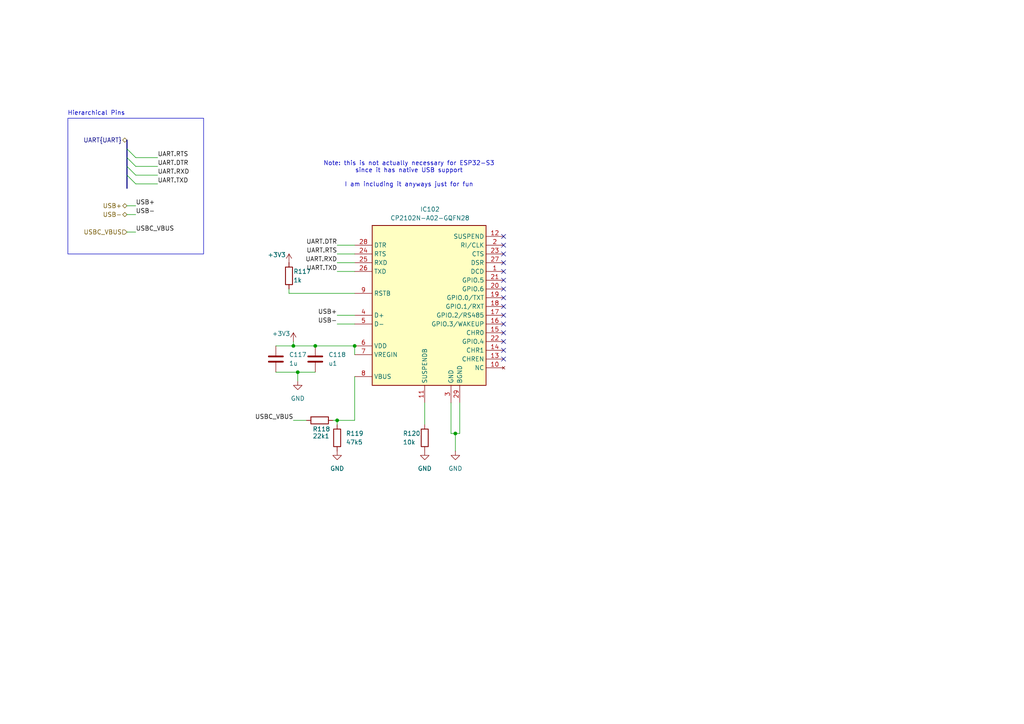
<source format=kicad_sch>
(kicad_sch (version 20250114) (generator "eeschema") (generator_version "9.0")
  (paper "A4")
  (lib_symbols
    (symbol "Device:C" (pin_numbers (hide yes)) (pin_names (offset 0.254))
      (property "Reference" "C" (at 0.635 2.54 0))
      (property "Value" "C" (at 0.635 -2.54 0))
      (symbol "C_0_1"
        (polyline (pts (xy -2.032 0.762) (xy 2.032 0.762)) (stroke (width 0.508)))
        (polyline (pts (xy -2.032 -0.762) (xy 2.032 -0.762)) (stroke (width 0.508)))
      )
      (symbol "C_1_1"
        (pin passive line (at 0 3.81 270) (length 2.794) (name "~") (number "1"))
        (pin passive line (at 0 -3.81 90) (length 2.794) (name "~") (number "2"))
      )
    )
    (symbol "Device:R" (pin_numbers (hide yes)) (pin_names (offset 0))
      (property "Reference" "R" (at 2.032 0 90))
      (property "Value" "R" (at 0 0 90))
      (symbol "R_0_1"
        (rectangle (start -1.016 -2.54) (end 1.016 2.54) (stroke (width 0.254)))
      )
      (symbol "R_1_1"
        (pin passive line (at 0 3.81 270) (length 1.27) (name "~") (number "1"))
        (pin passive line (at 0 -3.81 90) (length 1.27) (name "~") (number "2"))
      )
    )
    (symbol "SamacSys_Parts:CP2102N-A02-GQFN28"
      (property "Reference" "IC" (at 12.7 21.844 0))
      (property "Value" "CP2102N-A02-GQFN28" (at 12.7 19.304 0))
      (symbol "CP2102N-A02-GQFN28_1_1"
        (rectangle (start 5.08 15.875) (end 38.1 -30.48) (stroke (width 0.254)) (fill (type background)))
        (pin output line (at 0 10.16 0) (length 5.08) (name "DTR") (number "28"))
        (pin output line (at 0 7.62 0) (length 5.08) (name "RTS") (number "24"))
        (pin input line (at 0 5.08 0) (length 5.08) (name "RXD") (number "25"))
        (pin output line (at 0 2.54 0) (length 5.08) (name "TXD") (number "26"))
        (pin input line (at 0 -3.81 0) (length 5.08) (name "RSTB") (number "9"))
        (pin bidirectional line (at 0 -10.16 0) (length 5.08) (name "D+") (number "4"))
        (pin bidirectional line (at 0 -12.7 0) (length 5.08) (name "D-") (number "5"))
        (pin power_in line (at 0 -19.05 0) (length 5.08) (name "VDD") (number "6"))
        (pin power_in line (at 0 -21.59 0) (length 5.08) (name "VREGIN") (number "7"))
        (pin input line (at 0 -27.94 0) (length 5.08) (name "VBUS") (number "8"))
        (pin output line (at 20.32 -35.56 90) (length 5.08) (name "SUSPENDB") (number "11"))
        (pin power_in line (at 27.94 -35.56 90) (length 5.08) (name "GND") (number "3"))
        (pin power_in line (at 30.48 -35.56 90) (length 5.08) (name "BGND") (number "29"))
        (pin output line (at 43.18 12.7 180) (length 5.08) (name "SUSPEND") (number "12"))
        (pin bidirectional line (at 43.18 10.16 180) (length 5.08) (name "RI/CLK") (number "2"))
        (pin input line (at 43.18 7.62 180) (length 5.08) (name "CTS") (number "23"))
        (pin input line (at 43.18 5.08 180) (length 5.08) (name "DSR") (number "27"))
        (pin input line (at 43.18 2.54 180) (length 5.08) (name "DCD") (number "1"))
        (pin bidirectional line (at 43.18 0 180) (length 5.08) (name "GPIO.5") (number "21"))
        (pin bidirectional line (at 43.18 -2.54 180) (length 5.08) (name "GPIO.6") (number "20"))
        (pin bidirectional line (at 43.18 -5.08 180) (length 5.08) (name "GPIO.0/TXT") (number "19"))
        (pin bidirectional line (at 43.18 -7.62 180) (length 5.08) (name "GPIO.1/RXT") (number "18"))
        (pin bidirectional line (at 43.18 -10.16 180) (length 5.08) (name "GPIO.2/RS485") (number "17"))
        (pin bidirectional line (at 43.18 -12.7 180) (length 5.08) (name "GPIO.3/WAKEUP") (number "16"))
        (pin output line (at 43.18 -15.24 180) (length 5.08) (name "CHR0") (number "15"))
        (pin bidirectional line (at 43.18 -17.78 180) (length 5.08) (name "GPIO.4") (number "22"))
        (pin output line (at 43.18 -20.32 180) (length 5.08) (name "CHR1") (number "14"))
        (pin output line (at 43.18 -22.86 180) (length 5.08) (name "CHREN") (number "13"))
        (pin no_connect line (at 43.18 -25.4 180) (length 5.08) (name "NC") (number "10"))
      )
    )
    (symbol "power:+3V3" (power) (pin_numbers (hide yes)) (pin_names (offset 0) (hide yes))
      (property "Value" "+3V3" (at 0 3.556 0))
      (symbol "+3V3_0_1"
        (polyline (pts (xy -0.762 1.27) (xy 0 2.54)))
        (polyline (pts (xy 0 2.54) (xy 0.762 1.27)))
        (polyline (pts (xy 0 0) (xy 0 2.54)))
      )
      (symbol "+3V3_1_1"
        (pin power_in line (at 0 0 90) (length 0) (name "~") (number "1"))
      )
    )
    (symbol "power:GND" (power) (pin_numbers (hide yes)) (pin_names (offset 0) (hide yes))
      (property "Value" "GND" (at 0 -3.81 0))
      (symbol "GND_0_1"
        (polyline (pts (xy 0 0) (xy 0 -1.27) (xy 1.27 -1.27) (xy 0 -2.54) (xy -1.27 -1.27) (xy 0 -1.27)))
      )
      (symbol "GND_1_1"
        (pin power_in line (at 0 0 270) (length 0) (name "~") (number "1"))
      )
    )
  )
  (bus_alias "UART" (members "RTS" "DTR" "RXD" "TXD"))
  (rectangle (start 19.685 34.29) (end 59.055 73.66))
  (text "Note: this is not actually necessary for ESP32-S3\nsince it has native USB support\n\nI am including it anyways just for fun" (at 118.618 50.546 0) (effects (font (size 1.27 1.27))))
  (text "Hierarchical Pins" (at 27.94 32.893 0) (effects (font (size 1.27 1.27))))
  (junction (at 102.87 100.33))
  (junction (at 91.44 100.33))
  (junction (at 132.08 125.73))
  (junction (at 85.09 100.33))
  (junction (at 86.36 107.95))
  (junction (at 97.79 121.92))
  (no_connect (at 146.05 91.44))
  (no_connect (at 146.05 76.2))
  (no_connect (at 146.05 86.36))
  (no_connect (at 146.05 88.9))
  (no_connect (at 146.05 93.98))
  (no_connect (at 146.05 83.82))
  (no_connect (at 146.05 78.74))
  (no_connect (at 146.05 81.28))
  (no_connect (at 146.05 104.14))
  (no_connect (at 146.05 71.12))
  (no_connect (at 146.05 73.66))
  (no_connect (at 146.05 99.06))
  (no_connect (at 146.05 68.58))
  (no_connect (at 146.05 96.52))
  (no_connect (at 146.05 101.6))
  (bus_entry (at 36.83 48.26) (size 2.54 2.54))
  (bus_entry (at 36.83 43.18) (size 2.54 2.54))
  (bus_entry (at 36.83 45.72) (size 2.54 2.54))
  (bus_entry (at 36.83 50.8) (size 2.54 2.54))
  (wire (pts (xy 39.37 48.26) (xy 45.72 48.26)))
  (bus (pts (xy 36.83 45.72) (xy 36.83 48.26)))
  (wire (pts (xy 97.79 93.98) (xy 102.87 93.98)))
  (wire (pts (xy 85.09 99.06) (xy 85.09 100.33)))
  (wire (pts (xy 97.79 123.19) (xy 97.79 121.92)))
  (wire (pts (xy 85.09 100.33) (xy 91.44 100.33)))
  (wire (pts (xy 97.79 71.12) (xy 102.87 71.12)))
  (wire (pts (xy 86.36 107.95) (xy 86.36 110.49)))
  (wire (pts (xy 39.37 62.23) (xy 36.83 62.23)))
  (wire (pts (xy 133.35 116.84) (xy 133.35 125.73)))
  (bus (pts (xy 36.83 43.18) (xy 36.83 45.72)))
  (wire (pts (xy 83.82 85.09) (xy 102.87 85.09)))
  (wire (pts (xy 97.79 78.74) (xy 102.87 78.74)))
  (wire (pts (xy 123.19 116.84) (xy 123.19 123.19)))
  (wire (pts (xy 80.01 107.95) (xy 86.36 107.95)))
  (wire (pts (xy 102.87 121.92) (xy 102.87 109.22)))
  (wire (pts (xy 86.36 107.95) (xy 91.44 107.95)))
  (wire (pts (xy 97.79 91.44) (xy 102.87 91.44)))
  (wire (pts (xy 39.37 53.34) (xy 45.72 53.34)))
  (bus (pts (xy 36.83 50.8) (xy 36.83 54.61)))
  (wire (pts (xy 36.83 59.69) (xy 39.37 59.69)))
  (wire (pts (xy 132.08 125.73) (xy 133.35 125.73)))
  (wire (pts (xy 36.83 67.31) (xy 39.37 67.31)))
  (wire (pts (xy 130.81 116.84) (xy 130.81 125.73)))
  (wire (pts (xy 39.37 50.8) (xy 45.72 50.8)))
  (wire (pts (xy 96.52 121.92) (xy 97.79 121.92)))
  (wire (pts (xy 91.44 100.33) (xy 102.87 100.33)))
  (wire (pts (xy 39.37 45.72) (xy 45.72 45.72)))
  (wire (pts (xy 80.01 100.33) (xy 85.09 100.33)))
  (wire (pts (xy 102.87 100.33) (xy 102.87 102.87)))
  (wire (pts (xy 97.79 73.66) (xy 102.87 73.66)))
  (wire (pts (xy 85.09 121.92) (xy 88.9 121.92)))
  (wire (pts (xy 132.08 125.73) (xy 132.08 130.81)))
  (wire (pts (xy 97.79 121.92) (xy 102.87 121.92)))
  (wire (pts (xy 130.81 125.73) (xy 132.08 125.73)))
  (bus (pts (xy 36.83 48.26) (xy 36.83 50.8)))
  (wire (pts (xy 83.82 85.09) (xy 83.82 83.82)))
  (bus (pts (xy 36.83 40.64) (xy 36.83 43.18)))
  (wire (pts (xy 97.79 76.2) (xy 102.87 76.2)))
  (label "UART.DTR" (at 45.72 48.26 0))
  (label "UART.TXD" (at 97.79 78.74 180))
  (label "USBC_VBUS" (at 85.09 121.92 180))
  (label "USB+" (at 39.37 59.69 0))
  (label "UART.RTS" (at 97.79 73.66 180))
  (label "UART.TXD" (at 45.72 53.34 0))
  (label "UART.RTS" (at 45.72 45.72 0))
  (label "USBC_VBUS" (at 39.37 67.31 0))
  (label "USB-" (at 97.79 93.98 180))
  (label "USB+" (at 97.79 91.44 180))
  (label "UART.DTR" (at 97.79 71.12 180))
  (label "UART.RXD" (at 45.72 50.8 0))
  (label "UART.RXD" (at 97.79 76.2 180))
  (label "USB-" (at 39.37 62.23 0))
  (hierarchical_label "USB-" (shape bidirectional) (at 36.83 62.23 180))
  (hierarchical_label "USB+" (shape bidirectional) (at 36.83 59.69 180))
  (hierarchical_label "USBC_VBUS" (shape input) (at 36.83 67.31 180))
  (hierarchical_label "UART{UART}" (shape bidirectional) (at 36.83 40.64 180))
  (symbol (lib_id "Device:R") (at 123.19 127 180) (unit 1)
    (property "Reference" "R120" (at 116.84 125.73 0) (effects (justify right)))
    (property "Value" "10k" (at 116.84 128.27 0) (effects (justify right)))
    (property "Footprint" "SamacSys_Parts:RESC2012X60N" (effects (hide yes)))
    (property "Datasheet" "https://componentsearchengine.com/Datasheets/2/ASC0805-10KFT5.pdf" (effects (hide yes)))
    (property "Description" "WELWYN - ASC0805-10KFT5 - RESISTOR, ANTI SULPHUR, 10K, 0.125W, 1%" (effects (hide yes)))
    (property "Height" "0.6" (effects (hide yes)))
    (property "Mouser Part Number" "756-ASC0805-10KFT5" (effects (hide yes)))
    (property "Mouser Price/Stock" "https://www.mouser.co.uk/ProductDetail/Welwyn-Components-TT-Electronics/ASC0805-10KFT5?qs=69TQa8YF5Y7dvxAm%2FqWqSQ%3D%3D" (effects (hide yes)))
    (property "Manufacturer_Name" "TT Electronics" (effects (hide yes)))
    (property "Manufacturer_Part_Number" "ASC0805-10KFT5" (effects (hide yes)))
  )
  (symbol (lib_id "SamacSys_Parts:CP2102N-A02-GQFN28") (at 102.87 81.28 0) (unit 1)
    (property "Reference" "IC102" (at 124.714 60.706 0))
    (property "Value" "CP2102N-A02-GQFN28" (at 124.714 63.246 0))
    (property "Footprint" "SamacSys_Parts:QFN50P500X500X80-29N-D" (effects (hide yes)))
    (property "Datasheet" "https://componentsearchengine.com/Datasheets/2/CP2102N-A02-GQFN28.pdf" (effects (hide yes)))
    (property "Description" "SILICON LABS - CP2102N-A02-GQFN28 - USB TO UART BRIDGE, -40 TO 85DEG C" (effects (hide yes)))
    (property "Height" "0.8" (effects (hide yes)))
    (property "Mouser Part Number" "634-CP2102NA02GQFN28" (effects (hide yes)))
    (property "Mouser Price/Stock" "https://www.mouser.co.uk/ProductDetail/Silicon-Labs/CP2102N-A02-GQFN28?qs=u16ybLDytRaSBkSkyjYFiA%3D%3D" (effects (hide yes)))
    (property "Manufacturer_Name" "Silicon Labs" (effects (hide yes)))
    (property "Manufacturer_Part_Number" "CP2102N-A02-GQFN28" (effects (hide yes)))
  )
  (symbol (lib_id "Device:C") (at 91.44 104.14 0) (unit 1)
    (property "Reference" "C118" (at 95.25 102.8699 0) (effects (justify left)))
    (property "Value" "u1" (at 95.25 105.4099 0) (effects (justify left)))
    (property "Footprint" "SamacSys_Parts:MAJx16" (effects (hide yes)))
    (property "Description" "Unpolarized capacitor" (effects (hide yes)))
    (property "Manufacturer_Name" "TAIYO YUDEN" (effects (hide yes)))
    (property "Manufacturer_Part_Number" "MAJCH168BB7104KTEA01" (effects (hide yes)))
    (property "Mouser Part Number" "963-MAJCH168BB7104KT" (effects (hide yes)))
    (property "Mouser Price/Stock" "https://www.mouser.co.uk/ProductDetail/TAIYO-YUDEN/MAJCH168BB7104KTEA01?qs=ZcfC38r4PovaTBrG0IdezQ%3D%3D" (effects (hide yes)))
  )
  (symbol (lib_id "power:+3V3") (at 85.09 99.06 0) (unit 1)
    (property "Reference" "#PWR0158" (effects (hide yes)))
    (property "Value" "+3V3" (at 81.534 96.774 0))
    (property "Description" "Power symbol creates a global label with name \"+3V3\"" (effects (hide yes)))
  )
  (symbol (lib_id "Device:R") (at 92.71 121.92 270) (unit 1)
    (property "Reference" "R118" (at 90.678 124.46 90) (effects (justify left)))
    (property "Value" "22k1" (at 90.678 126.492 90) (effects (justify left)))
    (property "Footprint" "Resistor_SMD:R_0603_1608Metric" (effects (hide yes)))
    (property "Description" "Resistor" (effects (hide yes)))
    (property "Mouser Part Number" "71-CRCW060322K1FKEBC " (effects (hide yes)))
    (property "Mouser Price/Stock" "https://www.mouser.com/ProductDetail/Vishay/CRCW060322K1FKEBC?qs=wd5RIQLrsJgpX5GYef5UHQ%3D%3D" (effects (hide yes)))
    (property "Manufacturer_Name" "Vishay" (effects (hide yes)))
    (property "Manufacturer_Part_Number" "CRCW060322K1FKEBC" (effects (hide yes)))
  )
  (symbol (lib_id "power:GND") (at 123.19 130.81 0) (unit 1)
    (property "Reference" "#PWR0161" (effects (hide yes)))
    (property "Value" "GND" (at 123.19 135.89 0))
    (property "Description" "Power symbol creates a global label with name \"GND\" , ground" (effects (hide yes)))
  )
  (symbol (lib_id "power:GND") (at 86.36 110.49 0) (unit 1)
    (property "Reference" "#PWR0159" (effects (hide yes)))
    (property "Value" "GND" (at 86.36 115.57 0))
    (property "Description" "Power symbol creates a global label with name \"GND\" , ground" (effects (hide yes)))
  )
  (symbol (lib_id "Device:R") (at 97.79 127 180) (unit 1)
    (property "Reference" "R119" (at 100.33 125.7299 0) (effects (justify right)))
    (property "Value" "47k5" (at 100.33 128.2699 0) (effects (justify right)))
    (property "Footprint" "SamacSys_Parts:RESC1608X55N" (effects (hide yes)))
    (property "Datasheet" "https://www.bourns.com/pdfs/chpreztr.pdf" (effects (hide yes)))
    (property "Description" "BOURNS - CR0603-FX-4752ELF - RES, 47K5, 1%, 0603, THICK FILM" (effects (hide yes)))
    (property "Height" "0.55" (effects (hide yes)))
    (property "Mouser Part Number" "652-CR0603FX-4752ELF" (effects (hide yes)))
    (property "Mouser Price/Stock" "https://www.mouser.co.uk/ProductDetail/Bourns/CR0603-FX-4752ELF?qs=CCIlxZRRv7hsbWXGq3hzLw%3D%3D" (effects (hide yes)))
    (property "Manufacturer_Name" "Bourns" (effects (hide yes)))
    (property "Manufacturer_Part_Number" "CR0603-FX-4752ELF" (effects (hide yes)))
  )
  (symbol (lib_id "power:+3V3") (at 83.82 76.2 0) (unit 1)
    (property "Reference" "#PWR0157" (effects (hide yes)))
    (property "Value" "+3V3" (at 80.264 73.914 0))
    (property "Description" "Power symbol creates a global label with name \"+3V3\"" (effects (hide yes)))
  )
  (symbol (lib_id "power:GND") (at 132.08 130.81 0) (unit 1)
    (property "Reference" "#PWR0162" (effects (hide yes)))
    (property "Value" "GND" (at 132.08 135.89 0))
    (property "Description" "Power symbol creates a global label with name \"GND\" , ground" (effects (hide yes)))
  )
  (symbol (lib_id "Device:C") (at 80.01 104.14 0) (unit 1)
    (property "Reference" "C117" (at 83.82 102.8699 0) (effects (justify left)))
    (property "Value" "1u" (at 83.82 105.4099 0) (effects (justify left)))
    (property "Footprint" "SamacSys_Parts:CAPC2012X135N" (effects (hide yes)))
    (property "Description" "Unpolarized capacitor" (effects (hide yes)))
    (property "Height" "1.35" (effects (hide yes)))
    (property "Mouser Part Number" "791-0805X105K160CT" (effects (hide yes)))
    (property "Mouser Price/Stock" "https://www.mouser.co.uk/ProductDetail/Walsin/0805X105K160CT?qs=wUXugUrL1qxMXFrDyyDE9A%3D%3D" (effects (hide yes)))
    (property "Manufacturer_Name" "Walsin Technology Corporation" (effects (hide yes)))
    (property "Manufacturer_Part_Number" "0805X105K160CT" (effects (hide yes)))
  )
  (symbol (lib_id "Device:R") (at 83.82 80.01 180) (unit 1)
    (property "Reference" "R117" (at 85.09 78.74 0) (effects (justify right)))
    (property "Value" "1k" (at 85.09 81.28 0) (effects (justify right)))
    (property "Footprint" "SamacSys_Parts:RESC3116X65N" (effects (hide yes)))
    (property "Description" "Resistor" (effects (hide yes)))
    (property "Height" "0.65" (effects (hide yes)))
    (property "Mouser Part Number" "603-RC1206FR-131KL" (effects (hide yes)))
    (property "Mouser Price/Stock" "https://www.mouser.co.uk/ProductDetail/YAGEO/RC1206FR-131KL?qs=rU22MploB9rS4RgXdhWWpg%3D%3D" (effects (hide yes)))
    (property "Manufacturer_Name" "YAGEO" (effects (hide yes)))
    (property "Manufacturer_Part_Number" "RC1206FR-131KL" (effects (hide yes)))
  )
  (symbol (lib_id "power:GND") (at 97.79 130.81 0) (unit 1)
    (property "Reference" "#PWR0160" (effects (hide yes)))
    (property "Value" "GND" (at 97.79 135.89 0))
    (property "Description" "Power symbol creates a global label with name \"GND\" , ground" (effects (hide yes)))
  )
)
</source>
